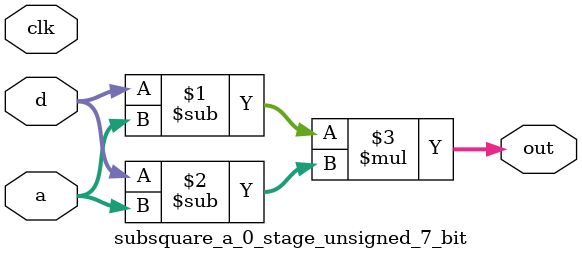
<source format=sv>
(* use_dsp = "yes" *) module subsquare_a_0_stage_unsigned_7_bit(
	input  [6:0] a,
	input  [6:0] d,
	output [6:0] out,
	input clk);

	assign out = (d - a) * (d - a);
endmodule

</source>
